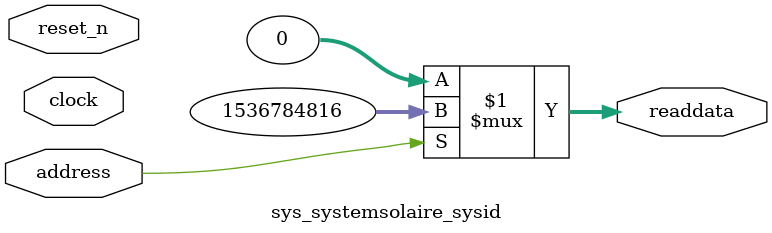
<source format=v>

`timescale 1ns / 1ps
// synthesis translate_on

// turn off superfluous verilog processor warnings 
// altera message_level Level1 
// altera message_off 10034 10035 10036 10037 10230 10240 10030 

module sys_systemsolaire_sysid (
               // inputs:
                address,
                clock,
                reset_n,

               // outputs:
                readdata
             )
;

  output  [ 31: 0] readdata;
  input            address;
  input            clock;
  input            reset_n;

  wire    [ 31: 0] readdata;
  //control_slave, which is an e_avalon_slave
  assign readdata = address ? 1536784816 : 0;

endmodule




</source>
